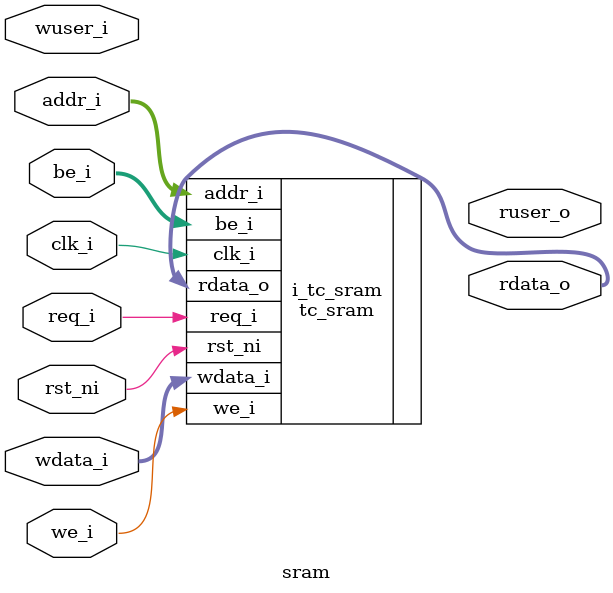
<source format=sv>

module sram #(
    parameter DATA_WIDTH = 64,
    parameter USER_WIDTH = 1,
    parameter USER_EN    = 0,
    parameter NUM_WORDS  = 1024,
    parameter SIM_INIT   = "none",
    parameter OUT_REGS   = 0,    // enables output registers in FPGA macro (read lat = 2)
    parameter DROMAJO_RAM  = 0
)(
   input  logic                          clk_i,
   input  logic                          rst_ni,
   input  logic                          req_i,
   input  logic                          we_i,
   input  logic [$clog2(NUM_WORDS)-1:0]  addr_i,
   input  logic [USER_WIDTH-1:0]         wuser_i,
   input  logic [DATA_WIDTH-1:0]         wdata_i,
   input  logic [(DATA_WIDTH+7)/8-1:0]   be_i,
   output logic [USER_WIDTH-1:0]         ruser_o,
   output logic [DATA_WIDTH-1:0]         rdata_o
);

      tc_sram #(
        .NumWords(NUM_WORDS),           // Number of Words in data array
        .DataWidth(DATA_WIDTH),         // Data signal width
        .ByteWidth(32'd8),              // Width of a data byte
        .NumPorts(32'd1),               // Number of read and write ports
        .Latency(32'd1),                // Latency when the read data is available
        .SimInit(SIM_INIT),             // Simulation initialization
        .PrintSimCfg(1'b0)              // Print configuration
      ) i_tc_sram (
          .clk_i    ( clk_i   ),
          .rst_ni   ( rst_ni  ),
          .req_i    ( req_i   ),
          .we_i     ( we_i    ),
          .be_i     ( be_i    ),
          .wdata_i  ( wdata_i ),
          .addr_i   ( addr_i  ),
          .rdata_o  ( rdata_o )
      );

//localparam DATA_WIDTH_ALIGNED = ((DATA_WIDTH+63)/64)*64;
//localparam USER_WIDTH_ALIGNED = DATA_WIDTH_ALIGNED; // To be fine tuned to reduce memory size
//localparam BE_WIDTH_ALIGNED   = (((DATA_WIDTH+7)/8+7)/8)*8;
//
//logic [DATA_WIDTH_ALIGNED-1:0]  wdata_aligned;
//logic [USER_WIDTH_ALIGNED-1:0]  wuser_aligned;
//logic [BE_WIDTH_ALIGNED-1:0]    be_aligned;
//logic [DATA_WIDTH_ALIGNED-1:0]  rdata_aligned;
//logic [USER_WIDTH_ALIGNED-1:0]  ruser_aligned;
//
//// align to 64 bits for inferrable macro below
//always_comb begin : p_align
//    wdata_aligned                    ='0;
//    wuser_aligned                    ='0;
//    be_aligned                       ='0;
//    wdata_aligned[DATA_WIDTH-1:0]    = wdata_i;
//    wuser_aligned[USER_WIDTH-1:0]    = wuser_i;
//    be_aligned[BE_WIDTH_ALIGNED-1:0] = be_i;
//
//    rdata_o = rdata_aligned[DATA_WIDTH-1:0];
//    ruser_o = ruser_aligned[USER_WIDTH-1:0];
//end
//
//  for (genvar k = 0; k<(DATA_WIDTH+63)/64; k++) begin : gen_cut
//    if (DROMAJO_RAM) begin : gen_dromajo
//      dromajo_ram #(
//        .ADDR_WIDTH($clog2(NUM_WORDS)),
//        .DATA_DEPTH(NUM_WORDS),
//        .OUT_REGS (0)
//      ) i_ram (
//          .Clk_CI    ( clk_i                     ),
//          .Rst_RBI   ( rst_ni                    ),
//          .CSel_SI   ( req_i                     ),
//          .WrEn_SI   ( we_i                      ),
//          .BEn_SI    ( be_aligned[k*8 +: 8]      ),
//          .WrData_DI ( wdata_aligned[k*64 +: 64] ),
//          .Addr_DI   ( addr_i                    ),
//          .RdData_DO ( rdata_aligned[k*64 +: 64] )
//      );
//      if (USER_EN) begin : gen_dromajo_user
//        dromajo_ram #(
//          .ADDR_WIDTH($clog2(NUM_WORDS)),
//          .DATA_DEPTH(NUM_WORDS),
//          .OUT_REGS (0)
//        ) i_ram_user (
//            .Clk_CI    ( clk_i                     ),
//            .Rst_RBI   ( rst_ni                    ),
//            .CSel_SI   ( req_i                     ),
//            .WrEn_SI   ( we_i                      ),
//            .BEn_SI    ( be_aligned[k*8 +: 8]      ),
//            .WrData_DI ( wuser_aligned[k*64 +: 64] ),
//            .Addr_DI   ( addr_i                    ),
//            .RdData_DO ( ruser_aligned[k*64 +: 64] )
//        );
//      end
//    end else begin : gen_mem
//      // unused byte-enable segments (8bits) are culled by the tool
//      tc_sram_wrapper #(
//        .NumWords(NUM_WORDS),           // Number of Words in data array
//        .DataWidth(64),                 // Data signal width
//        .ByteWidth(32'd8),              // Width of a data byte
//        .NumPorts(32'd1),               // Number of read and write ports
//        .Latency(32'd1),                // Latency when the read data is available
//        .SimInit(SIM_INIT),             // Simulation initialization
//        .PrintSimCfg(1'b0)              // Print configuration
//      ) i_tc_sram_wrapper (
//          .clk_i    ( clk_i                     ),
//          .rst_ni   ( rst_ni                    ),
//          .req_i    ( req_i                     ),
//          .we_i     ( we_i                      ),
//          .be_i     ( be_aligned[k*8 +: 8]      ),
//          .wdata_i  ( wdata_aligned[k*64 +: 64] ),
//          .addr_i   ( addr_i                    ),
//          .rdata_o  ( rdata_aligned[k*64 +: 64] )
//      );
//      if (USER_EN) begin : gen_mem_user
//        tc_sram_wrapper #(
//          .NumWords(NUM_WORDS),           // Number of Words in data array
//          .DataWidth(64),                 // Data signal width
//          .ByteWidth(32'd8),              // Width of a data byte
//          .NumPorts(32'd1),               // Number of read and write ports
//          .Latency(32'd1),                // Latency when the read data is available
//          .SimInit(SIM_INIT),             // Simulation initialization
//          .PrintSimCfg(1'b0)              // Print configuration
//        ) i_tc_sram_wrapper_user (
//            .clk_i    ( clk_i                     ),
//            .rst_ni   ( rst_ni                    ),
//            .req_i    ( req_i                     ),
//            .we_i     ( we_i                      ),
//            .be_i     ( be_aligned[k*8 +: 8]      ),
//            .wdata_i  ( wuser_aligned[k*64 +: 64] ),
//            .addr_i   ( addr_i                    ),
//            .rdata_o  ( ruser_aligned[k*64 +: 64] )
//        );
//      end
//    end
//  end
//
endmodule : sram

</source>
